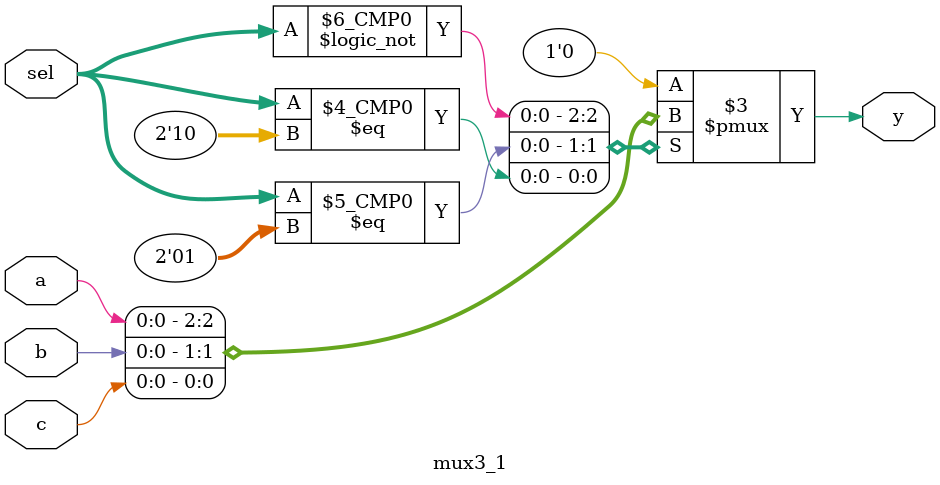
<source format=sv>
module mux3_1(input logic [1:0] sel, input logic a, b, c, output logic y);
  always_comb
    case (sel)
      2'b00: y = a;
      2'b01: y = b;
      2'b10: y = c;
      default: y = 0;
    endcase
endmodule

</source>
